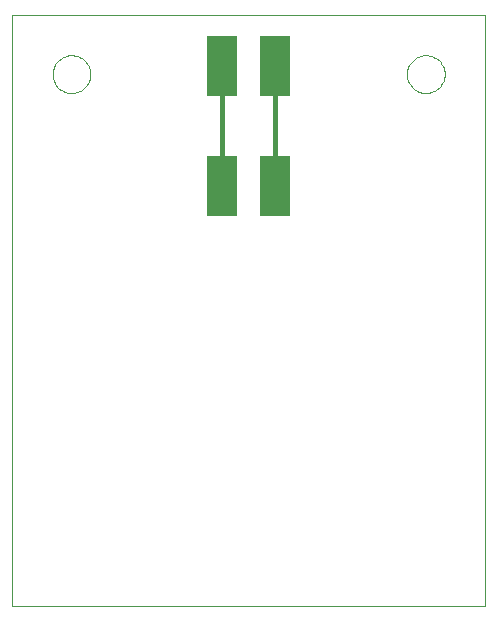
<source format=gbl>
G75*
%MOIN*%
%OFA0B0*%
%FSLAX24Y24*%
%IPPOS*%
%LPD*%
%AMOC8*
5,1,8,0,0,1.08239X$1,22.5*
%
%ADD10C,0.0039*%
%ADD11R,0.1000X0.2000*%
%ADD12C,0.0000*%
%ADD13C,0.0160*%
D10*
X001158Y000120D02*
X016906Y000120D01*
X016906Y019805D01*
X001158Y019805D01*
X001158Y000120D01*
D11*
X008158Y014120D03*
X009908Y014120D03*
X009908Y018120D03*
X008158Y018120D03*
D12*
X002497Y017836D02*
X002499Y017886D01*
X002505Y017936D01*
X002515Y017985D01*
X002529Y018033D01*
X002546Y018080D01*
X002567Y018125D01*
X002592Y018169D01*
X002620Y018210D01*
X002652Y018249D01*
X002686Y018286D01*
X002723Y018320D01*
X002763Y018350D01*
X002805Y018377D01*
X002849Y018401D01*
X002895Y018422D01*
X002942Y018438D01*
X002990Y018451D01*
X003040Y018460D01*
X003089Y018465D01*
X003140Y018466D01*
X003190Y018463D01*
X003239Y018456D01*
X003288Y018445D01*
X003336Y018430D01*
X003382Y018412D01*
X003427Y018390D01*
X003470Y018364D01*
X003511Y018335D01*
X003550Y018303D01*
X003586Y018268D01*
X003618Y018230D01*
X003648Y018190D01*
X003675Y018147D01*
X003698Y018103D01*
X003717Y018057D01*
X003733Y018009D01*
X003745Y017960D01*
X003753Y017911D01*
X003757Y017861D01*
X003757Y017811D01*
X003753Y017761D01*
X003745Y017712D01*
X003733Y017663D01*
X003717Y017615D01*
X003698Y017569D01*
X003675Y017525D01*
X003648Y017482D01*
X003618Y017442D01*
X003586Y017404D01*
X003550Y017369D01*
X003511Y017337D01*
X003470Y017308D01*
X003427Y017282D01*
X003382Y017260D01*
X003336Y017242D01*
X003288Y017227D01*
X003239Y017216D01*
X003190Y017209D01*
X003140Y017206D01*
X003089Y017207D01*
X003040Y017212D01*
X002990Y017221D01*
X002942Y017234D01*
X002895Y017250D01*
X002849Y017271D01*
X002805Y017295D01*
X002763Y017322D01*
X002723Y017352D01*
X002686Y017386D01*
X002652Y017423D01*
X002620Y017462D01*
X002592Y017503D01*
X002567Y017547D01*
X002546Y017592D01*
X002529Y017639D01*
X002515Y017687D01*
X002505Y017736D01*
X002499Y017786D01*
X002497Y017836D01*
X014308Y017836D02*
X014310Y017886D01*
X014316Y017936D01*
X014326Y017985D01*
X014340Y018033D01*
X014357Y018080D01*
X014378Y018125D01*
X014403Y018169D01*
X014431Y018210D01*
X014463Y018249D01*
X014497Y018286D01*
X014534Y018320D01*
X014574Y018350D01*
X014616Y018377D01*
X014660Y018401D01*
X014706Y018422D01*
X014753Y018438D01*
X014801Y018451D01*
X014851Y018460D01*
X014900Y018465D01*
X014951Y018466D01*
X015001Y018463D01*
X015050Y018456D01*
X015099Y018445D01*
X015147Y018430D01*
X015193Y018412D01*
X015238Y018390D01*
X015281Y018364D01*
X015322Y018335D01*
X015361Y018303D01*
X015397Y018268D01*
X015429Y018230D01*
X015459Y018190D01*
X015486Y018147D01*
X015509Y018103D01*
X015528Y018057D01*
X015544Y018009D01*
X015556Y017960D01*
X015564Y017911D01*
X015568Y017861D01*
X015568Y017811D01*
X015564Y017761D01*
X015556Y017712D01*
X015544Y017663D01*
X015528Y017615D01*
X015509Y017569D01*
X015486Y017525D01*
X015459Y017482D01*
X015429Y017442D01*
X015397Y017404D01*
X015361Y017369D01*
X015322Y017337D01*
X015281Y017308D01*
X015238Y017282D01*
X015193Y017260D01*
X015147Y017242D01*
X015099Y017227D01*
X015050Y017216D01*
X015001Y017209D01*
X014951Y017206D01*
X014900Y017207D01*
X014851Y017212D01*
X014801Y017221D01*
X014753Y017234D01*
X014706Y017250D01*
X014660Y017271D01*
X014616Y017295D01*
X014574Y017322D01*
X014534Y017352D01*
X014497Y017386D01*
X014463Y017423D01*
X014431Y017462D01*
X014403Y017503D01*
X014378Y017547D01*
X014357Y017592D01*
X014340Y017639D01*
X014326Y017687D01*
X014316Y017736D01*
X014310Y017786D01*
X014308Y017836D01*
D13*
X009908Y018120D02*
X009908Y014120D01*
X008158Y014120D02*
X008158Y018120D01*
M02*

</source>
